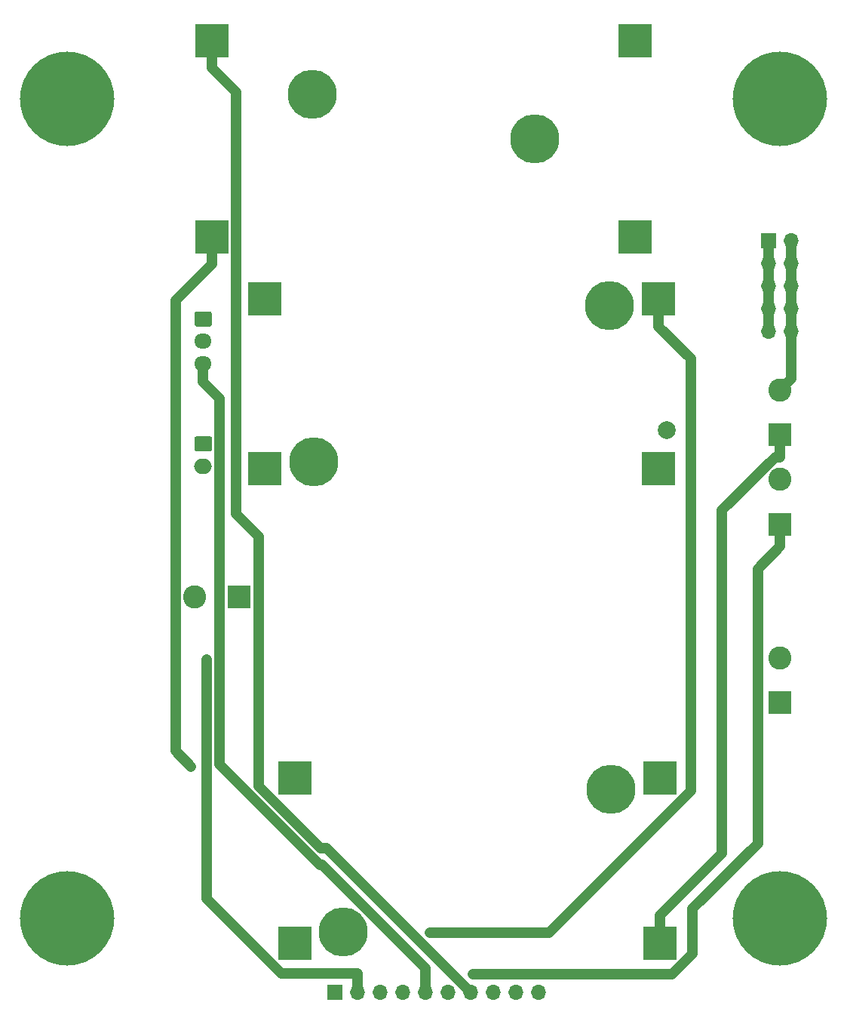
<source format=gtl>
G04 #@! TF.GenerationSoftware,KiCad,Pcbnew,5.1.10*
G04 #@! TF.CreationDate,2021-07-21T04:13:33-05:00*
G04 #@! TF.ProjectId,Power Board,506f7765-7220-4426-9f61-72642e6b6963,rev?*
G04 #@! TF.SameCoordinates,Original*
G04 #@! TF.FileFunction,Copper,L1,Top*
G04 #@! TF.FilePolarity,Positive*
%FSLAX46Y46*%
G04 Gerber Fmt 4.6, Leading zero omitted, Abs format (unit mm)*
G04 Created by KiCad (PCBNEW 5.1.10) date 2021-07-21 04:13:33*
%MOMM*%
%LPD*%
G01*
G04 APERTURE LIST*
G04 #@! TA.AperFunction,ComponentPad*
%ADD10O,1.700000X1.700000*%
G04 #@! TD*
G04 #@! TA.AperFunction,ComponentPad*
%ADD11R,1.700000X1.700000*%
G04 #@! TD*
G04 #@! TA.AperFunction,ComponentPad*
%ADD12C,10.600000*%
G04 #@! TD*
G04 #@! TA.AperFunction,ComponentPad*
%ADD13C,0.900000*%
G04 #@! TD*
G04 #@! TA.AperFunction,ComponentPad*
%ADD14C,2.600000*%
G04 #@! TD*
G04 #@! TA.AperFunction,ComponentPad*
%ADD15R,2.600000X2.600000*%
G04 #@! TD*
G04 #@! TA.AperFunction,ComponentPad*
%ADD16O,2.000000X1.700000*%
G04 #@! TD*
G04 #@! TA.AperFunction,ComponentPad*
%ADD17R,3.750000X3.750000*%
G04 #@! TD*
G04 #@! TA.AperFunction,ComponentPad*
%ADD18C,0.500000*%
G04 #@! TD*
G04 #@! TA.AperFunction,ComponentPad*
%ADD19C,5.500000*%
G04 #@! TD*
G04 #@! TA.AperFunction,ComponentPad*
%ADD20C,2.000000*%
G04 #@! TD*
G04 #@! TA.AperFunction,ComponentPad*
%ADD21O,1.950000X1.700000*%
G04 #@! TD*
G04 #@! TA.AperFunction,ViaPad*
%ADD22C,0.800000*%
G04 #@! TD*
G04 #@! TA.AperFunction,Conductor*
%ADD23C,1.200000*%
G04 #@! TD*
G04 APERTURE END LIST*
D10*
X108790000Y-52120000D03*
X106250000Y-52120000D03*
X108790000Y-49580000D03*
X106250000Y-49580000D03*
X108790000Y-47040000D03*
X106250000Y-47040000D03*
X108790000Y-44500000D03*
X106250000Y-44500000D03*
X108790000Y-41960000D03*
D11*
X106250000Y-41960000D03*
D12*
X107500000Y-26000000D03*
D13*
X111475000Y-26000000D03*
X110310749Y-28810749D03*
X107500000Y-29975000D03*
X104689251Y-28810749D03*
X103525000Y-26000000D03*
X104689251Y-23189251D03*
X107500000Y-22025000D03*
X110310749Y-23189251D03*
D14*
X107500000Y-58750000D03*
D15*
X107500000Y-63750000D03*
D12*
X107500000Y-118000000D03*
D13*
X111475000Y-118000000D03*
X110310749Y-120810749D03*
X107500000Y-121975000D03*
X104689251Y-120810749D03*
X103525000Y-118000000D03*
X104689251Y-115189251D03*
X107500000Y-114025000D03*
X110310749Y-115189251D03*
D16*
X42750000Y-67250000D03*
G04 #@! TA.AperFunction,ComponentPad*
G36*
G01*
X42000000Y-63900000D02*
X43500000Y-63900000D01*
G75*
G02*
X43750000Y-64150000I0J-250000D01*
G01*
X43750000Y-65350000D01*
G75*
G02*
X43500000Y-65600000I-250000J0D01*
G01*
X42000000Y-65600000D01*
G75*
G02*
X41750000Y-65350000I0J250000D01*
G01*
X41750000Y-64150000D01*
G75*
G02*
X42000000Y-63900000I250000J0D01*
G01*
G37*
G04 #@! TD.AperFunction*
D10*
X80360000Y-126250000D03*
X77820000Y-126250000D03*
X75280000Y-126250000D03*
X72740000Y-126250000D03*
X70200000Y-126250000D03*
X67660000Y-126250000D03*
X65120000Y-126250000D03*
X62580000Y-126250000D03*
X60040000Y-126250000D03*
D11*
X57500000Y-126250000D03*
D17*
X93850000Y-48500000D03*
X93850000Y-67500000D03*
X49650000Y-48500000D03*
X49650000Y-67500000D03*
D18*
X53629720Y-65179720D03*
X56670280Y-65179720D03*
X53000000Y-66700000D03*
X56670280Y-68220280D03*
X55150000Y-64550000D03*
X55150000Y-68850000D03*
X53629720Y-68220280D03*
X57300000Y-66700000D03*
X86829720Y-50820280D03*
X88350000Y-51450000D03*
X89870280Y-50820280D03*
X90500000Y-49300000D03*
X89870280Y-47779720D03*
X86829720Y-47779720D03*
X86200000Y-49300000D03*
X88350000Y-47150000D03*
D19*
X55150000Y-66750000D03*
X88350000Y-49250000D03*
D20*
X94750000Y-63200000D03*
D12*
X27500000Y-26000000D03*
D13*
X31475000Y-26000000D03*
X30310749Y-28810749D03*
X27500000Y-29975000D03*
X24689251Y-28810749D03*
X23525000Y-26000000D03*
X24689251Y-23189251D03*
X27500000Y-22025000D03*
X30310749Y-23189251D03*
D12*
X27500000Y-118000000D03*
D13*
X31475000Y-118000000D03*
X30310749Y-120810749D03*
X27500000Y-121975000D03*
X24689251Y-120810749D03*
X23525000Y-118000000D03*
X24689251Y-115189251D03*
X27500000Y-114025000D03*
X30310749Y-115189251D03*
D14*
X107500000Y-88750000D03*
D15*
X107500000Y-93750000D03*
D14*
X41750000Y-81900000D03*
D15*
X46750000Y-81900000D03*
D18*
X78479720Y-29000000D03*
X56520280Y-23979720D03*
X52850000Y-25500000D03*
X53479720Y-27020280D03*
X56520280Y-27020280D03*
X57150000Y-25500000D03*
X55000000Y-27750000D03*
X81520280Y-28979720D03*
X77850000Y-30500000D03*
D19*
X80000000Y-30500000D03*
X55000000Y-25500000D03*
D18*
X80000000Y-28350000D03*
X55000000Y-23350000D03*
X53479720Y-23979720D03*
X80000000Y-32650000D03*
X82150000Y-30500000D03*
D17*
X91250000Y-41500000D03*
X91250000Y-19500000D03*
X43750000Y-41500000D03*
X43750000Y-19500000D03*
D18*
X78479720Y-32000000D03*
X81520280Y-32020280D03*
D14*
X107500000Y-68750000D03*
D15*
X107500000Y-73750000D03*
D17*
X53000000Y-120750000D03*
X53000000Y-102250000D03*
X94000000Y-120750000D03*
X94000000Y-102250000D03*
D18*
X90020280Y-105020280D03*
X86979720Y-105020280D03*
X90650000Y-103500000D03*
X86979720Y-101979720D03*
X88500000Y-105650000D03*
X88500000Y-101350000D03*
X90020280Y-101979720D03*
X86350000Y-103500000D03*
X60020280Y-117979720D03*
X58500000Y-117350000D03*
X56979720Y-117979720D03*
X56350000Y-119500000D03*
X56979720Y-121020280D03*
X60020280Y-121020280D03*
X60650000Y-119500000D03*
X58500000Y-121650000D03*
D19*
X88500000Y-103500000D03*
X58500000Y-119500000D03*
D21*
X42750000Y-55750000D03*
X42750000Y-53250000D03*
G04 #@! TA.AperFunction,ComponentPad*
G36*
G01*
X42025000Y-49900000D02*
X43475000Y-49900000D01*
G75*
G02*
X43725000Y-50150000I0J-250000D01*
G01*
X43725000Y-51350000D01*
G75*
G02*
X43475000Y-51600000I-250000J0D01*
G01*
X42025000Y-51600000D01*
G75*
G02*
X41775000Y-51350000I0J250000D01*
G01*
X41775000Y-50150000D01*
G75*
G02*
X42025000Y-49900000I250000J0D01*
G01*
G37*
G04 #@! TD.AperFunction*
D22*
X68232900Y-119601900D03*
X43156300Y-88919400D03*
X41371700Y-100960400D03*
X73035300Y-124286200D03*
D23*
X93850000Y-51575000D02*
X97465400Y-55190400D01*
X97465400Y-55190400D02*
X97465400Y-103707100D01*
X97465400Y-103707100D02*
X81570600Y-119601900D01*
X81570600Y-119601900D02*
X68232900Y-119601900D01*
X93850000Y-48500000D02*
X93850000Y-51575000D01*
X106250000Y-49580000D02*
X106250000Y-52120000D01*
X106250000Y-47040000D02*
X106250000Y-49580000D01*
X106250000Y-44500000D02*
X106250000Y-47040000D01*
X106250000Y-41960000D02*
X106250000Y-44500000D01*
X107500000Y-66250000D02*
X106953000Y-66250000D01*
X106953000Y-66250000D02*
X100987500Y-72215500D01*
X100987500Y-72215500D02*
X100987500Y-110687500D01*
X100987500Y-110687500D02*
X94000000Y-117675000D01*
X107500000Y-63750000D02*
X107500000Y-66250000D01*
X94000000Y-120750000D02*
X94000000Y-117675000D01*
X43750000Y-22575000D02*
X46425400Y-25250400D01*
X46425400Y-25250400D02*
X46425400Y-72562500D01*
X46425400Y-72562500D02*
X48986800Y-75123900D01*
X48986800Y-75123900D02*
X48986800Y-103179200D01*
X48986800Y-103179200D02*
X55906000Y-110098400D01*
X55906000Y-110098400D02*
X56588400Y-110098400D01*
X56588400Y-110098400D02*
X72740000Y-126250000D01*
X43750000Y-19500000D02*
X43750000Y-22575000D01*
X60040000Y-126250000D02*
X60040000Y-124200000D01*
X60040000Y-124200000D02*
X51542100Y-124200000D01*
X51542100Y-124200000D02*
X43156300Y-115814200D01*
X43156300Y-115814200D02*
X43156300Y-88919400D01*
X67660000Y-126250000D02*
X67660000Y-124200000D01*
X42750000Y-57800000D02*
X44562600Y-59612600D01*
X44562600Y-59612600D02*
X44562600Y-100735300D01*
X44562600Y-100735300D02*
X55821200Y-111993900D01*
X55821200Y-111993900D02*
X56068700Y-111993900D01*
X56068700Y-111993900D02*
X67660000Y-123585200D01*
X67660000Y-123585200D02*
X67660000Y-124200000D01*
X42750000Y-55750000D02*
X42750000Y-57800000D01*
X43750000Y-41500000D02*
X43750000Y-44575000D01*
X43750000Y-44575000D02*
X39640500Y-48684500D01*
X39640500Y-48684500D02*
X39640500Y-99229200D01*
X39640500Y-99229200D02*
X41371700Y-100960400D01*
X108790000Y-49580000D02*
X108790000Y-52120000D01*
X108790000Y-47040000D02*
X108790000Y-49580000D01*
X108790000Y-44500000D02*
X108790000Y-47040000D01*
X108790000Y-41960000D02*
X108790000Y-44500000D01*
X107500000Y-58750000D02*
X108790000Y-57460000D01*
X108790000Y-57460000D02*
X108790000Y-52120000D01*
X107500000Y-73750000D02*
X107500000Y-76250000D01*
X73035300Y-124286200D02*
X95363200Y-124286200D01*
X95363200Y-124286200D02*
X97665800Y-121983600D01*
X97665800Y-121983600D02*
X97665800Y-116898000D01*
X97665800Y-116898000D02*
X105000000Y-109563800D01*
X105000000Y-109563800D02*
X105000000Y-78750000D01*
X105000000Y-78750000D02*
X107500000Y-76250000D01*
M02*

</source>
